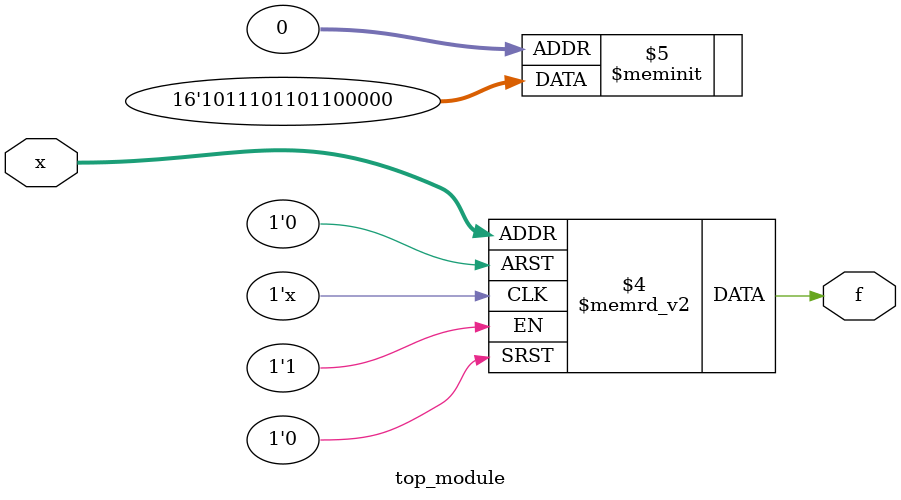
<source format=sv>
module top_module (
    input [4:1] x,
    output logic f
);
    always_comb begin
        case (x)
            4'b0000: f = 1'b0; // don't-care, assign convenient value
            4'b0001: f = 1'b0;
            4'b0010: f = 1'b0; // don't-care, assign convenient value
            4'b0011: f = 1'b0; // don't-care, assign convenient value
            4'b0100: f = 1'b0;
            4'b0101: f = 1'b1; // don't-care, assign convenient value
            4'b0110: f = 1'b1;
            4'b0111: f = 1'b0;
            4'b1000: f = 1'b1;
            4'b1001: f = 1'b1;
            4'b1010: f = 1'b0;
            4'b1011: f = 1'b1; // don't-care, assign convenient value
            4'b1100: f = 1'b1;
            4'b1101: f = 1'b1;
            4'b1110: f = 1'b0; // don't-care, assign convenient value
            4'b1111: f = 1'b1; // don't-care, assign convenient value
            default: f = 1'b0; // default case
        endcase
    end
endmodule

</source>
